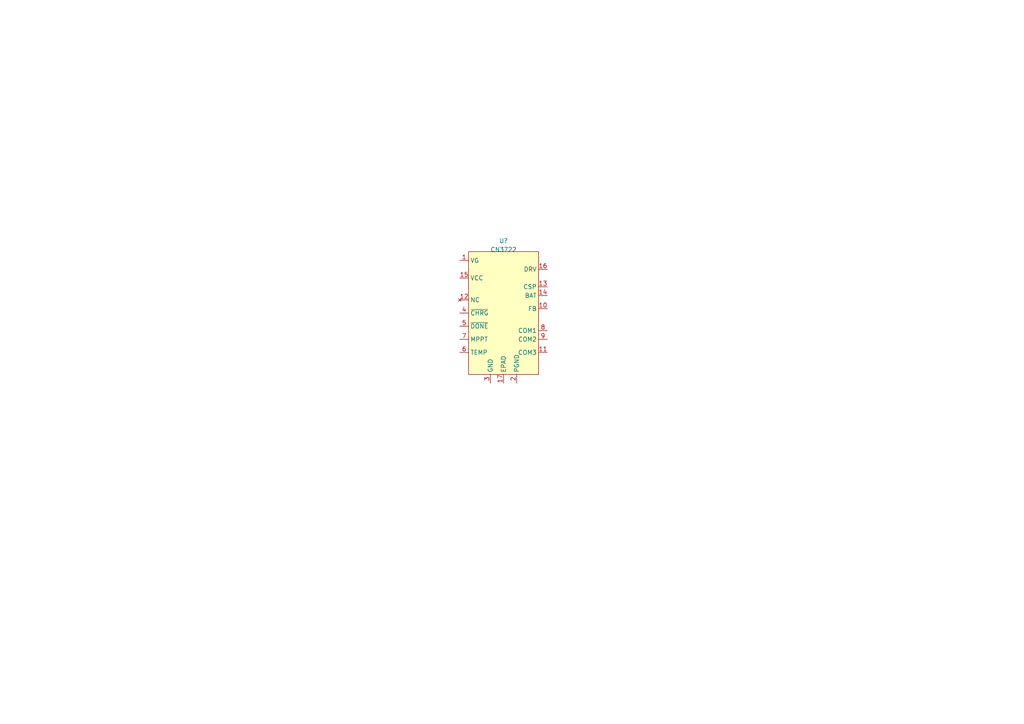
<source format=kicad_sch>
(kicad_sch (version 20230121) (generator eeschema)
  (paper "A4")
  (lib_symbols
    (symbol "GCL_Integrated-Circuits:CN3722"
      (property "Reference" "U" (at 0 3.81 0))
      (property "Value" "CN3722" (at 0 1.27 0))
      (symbol "CN3722_0_0"
        (pin passive line (at -12.7 -2.54 0) (length 2.54) (name "VG") (number "1"))
        (pin passive line (at 12.7 -16.51 180) (length 2.54) (name "FB") (number "10"))
        (pin passive line (at 12.7 -29.21 180) (length 2.54) (name "COM3") (number "11"))
        (pin no_connect line (at -12.7 -13.97 0) (length 2.54) (name "NC") (number "12"))
        (pin passive line (at 12.7 -10.16 180) (length 2.54) (name "CSP") (number "13"))
        (pin passive line (at 12.7 -12.7 180) (length 2.54) (name "BAT") (number "14"))
        (pin passive line (at -12.7 -7.62 0) (length 2.54) (name "VCC") (number "15"))
        (pin passive line (at 12.7 -5.08 180) (length 2.54) (name "DRV") (number "16"))
        (pin passive line (at 0 -38.1 90) (length 2.54) (name "EPAD") (number "17"))
        (pin passive line (at 3.81 -38.1 90) (length 2.54) (name "PGND") (number "2"))
        (pin passive line (at -3.81 -38.1 90) (length 2.54) (name "GND") (number "3"))
        (pin passive line (at -12.7 -17.78 0) (length 2.54) (name "~{CHRG}") (number "4"))
        (pin passive line (at -12.7 -21.59 0) (length 2.54) (name "~{DONE}") (number "5"))
        (pin passive line (at -12.7 -29.21 0) (length 2.54) (name "TEMP") (number "6"))
        (pin passive line (at -12.7 -25.4 0) (length 2.54) (name "MPPT") (number "7"))
        (pin passive line (at 12.7 -22.86 180) (length 2.54) (name "COM1") (number "8"))
        (pin passive line (at 12.7 -25.4 180) (length 2.54) (name "COM2") (number "9"))
      )
      (symbol "CN3722_0_1"
        (rectangle (start -10.16 0) (end 10.16 -35.56) (fill (type background)))
      )
    )
  )
  (symbol (lib_id "GCL_Integrated-Circuits:CN3722") (at 146.05 73.025 0) (unit 1)
    (property "Reference" "U?" (at 146.05 69.85 0))
    (property "Value" "CN3722" (at 146.05 72.39 0))
    (property "Footprint" "Package_SO:HTSSOP-16-1EP_4.4x5mm_P0.65mm_EP3.4x5mm" (effects hide))
  )
)
</source>
